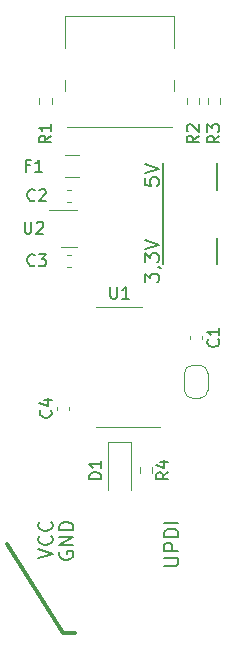
<source format=gto>
G04 #@! TF.GenerationSoftware,KiCad,Pcbnew,7.0.9-7.0.9~ubuntu22.04.1*
G04 #@! TF.CreationDate,2023-12-26T10:47:29+01:00*
G04 #@! TF.ProjectId,UPDI programmer,55504449-2070-4726-9f67-72616d6d6572,rev?*
G04 #@! TF.SameCoordinates,Original*
G04 #@! TF.FileFunction,Legend,Top*
G04 #@! TF.FilePolarity,Positive*
%FSLAX46Y46*%
G04 Gerber Fmt 4.6, Leading zero omitted, Abs format (unit mm)*
G04 Created by KiCad (PCBNEW 7.0.9-7.0.9~ubuntu22.04.1) date 2023-12-26 10:47:29*
%MOMM*%
%LPD*%
G01*
G04 APERTURE LIST*
%ADD10C,0.300000*%
%ADD11C,0.200000*%
%ADD12C,0.150000*%
%ADD13C,0.120000*%
G04 APERTURE END LIST*
D10*
X-4750000Y500000D02*
X-9500000Y8000000D01*
X-3750000Y500000D02*
X-4750000Y500000D01*
D11*
X3796742Y6175565D02*
X4768171Y6175565D01*
X4768171Y6175565D02*
X4882457Y6232708D01*
X4882457Y6232708D02*
X4939600Y6289850D01*
X4939600Y6289850D02*
X4996742Y6404136D01*
X4996742Y6404136D02*
X4996742Y6632708D01*
X4996742Y6632708D02*
X4939600Y6746993D01*
X4939600Y6746993D02*
X4882457Y6804136D01*
X4882457Y6804136D02*
X4768171Y6861279D01*
X4768171Y6861279D02*
X3796742Y6861279D01*
X4996742Y7432708D02*
X3796742Y7432708D01*
X3796742Y7432708D02*
X3796742Y7889851D01*
X3796742Y7889851D02*
X3853885Y8004136D01*
X3853885Y8004136D02*
X3911028Y8061279D01*
X3911028Y8061279D02*
X4025314Y8118422D01*
X4025314Y8118422D02*
X4196742Y8118422D01*
X4196742Y8118422D02*
X4311028Y8061279D01*
X4311028Y8061279D02*
X4368171Y8004136D01*
X4368171Y8004136D02*
X4425314Y7889851D01*
X4425314Y7889851D02*
X4425314Y7432708D01*
X4996742Y8632708D02*
X3796742Y8632708D01*
X3796742Y8632708D02*
X3796742Y8918422D01*
X3796742Y8918422D02*
X3853885Y9089851D01*
X3853885Y9089851D02*
X3968171Y9204136D01*
X3968171Y9204136D02*
X4082457Y9261279D01*
X4082457Y9261279D02*
X4311028Y9318422D01*
X4311028Y9318422D02*
X4482457Y9318422D01*
X4482457Y9318422D02*
X4711028Y9261279D01*
X4711028Y9261279D02*
X4825314Y9204136D01*
X4825314Y9204136D02*
X4939600Y9089851D01*
X4939600Y9089851D02*
X4996742Y8918422D01*
X4996742Y8918422D02*
X4996742Y8632708D01*
X4996742Y9832708D02*
X3796742Y9832708D01*
X2142742Y30154137D02*
X2142742Y30896994D01*
X2142742Y30896994D02*
X2599885Y30496994D01*
X2599885Y30496994D02*
X2599885Y30668423D01*
X2599885Y30668423D02*
X2657028Y30782708D01*
X2657028Y30782708D02*
X2714171Y30839851D01*
X2714171Y30839851D02*
X2828457Y30896994D01*
X2828457Y30896994D02*
X3114171Y30896994D01*
X3114171Y30896994D02*
X3228457Y30839851D01*
X3228457Y30839851D02*
X3285600Y30782708D01*
X3285600Y30782708D02*
X3342742Y30668423D01*
X3342742Y30668423D02*
X3342742Y30325566D01*
X3342742Y30325566D02*
X3285600Y30211280D01*
X3285600Y30211280D02*
X3228457Y30154137D01*
X3285600Y31468423D02*
X3342742Y31468423D01*
X3342742Y31468423D02*
X3457028Y31411280D01*
X3457028Y31411280D02*
X3514171Y31354137D01*
X2142742Y31868423D02*
X2142742Y32611280D01*
X2142742Y32611280D02*
X2599885Y32211280D01*
X2599885Y32211280D02*
X2599885Y32382709D01*
X2599885Y32382709D02*
X2657028Y32496994D01*
X2657028Y32496994D02*
X2714171Y32554137D01*
X2714171Y32554137D02*
X2828457Y32611280D01*
X2828457Y32611280D02*
X3114171Y32611280D01*
X3114171Y32611280D02*
X3228457Y32554137D01*
X3228457Y32554137D02*
X3285600Y32496994D01*
X3285600Y32496994D02*
X3342742Y32382709D01*
X3342742Y32382709D02*
X3342742Y32039852D01*
X3342742Y32039852D02*
X3285600Y31925566D01*
X3285600Y31925566D02*
X3228457Y31868423D01*
X2142742Y32954137D02*
X3342742Y33354137D01*
X3342742Y33354137D02*
X2142742Y33754137D01*
X2142742Y38988721D02*
X2142742Y38417293D01*
X2142742Y38417293D02*
X2714171Y38360150D01*
X2714171Y38360150D02*
X2657028Y38417293D01*
X2657028Y38417293D02*
X2599885Y38531578D01*
X2599885Y38531578D02*
X2599885Y38817293D01*
X2599885Y38817293D02*
X2657028Y38931578D01*
X2657028Y38931578D02*
X2714171Y38988721D01*
X2714171Y38988721D02*
X2828457Y39045864D01*
X2828457Y39045864D02*
X3114171Y39045864D01*
X3114171Y39045864D02*
X3228457Y38988721D01*
X3228457Y38988721D02*
X3285600Y38931578D01*
X3285600Y38931578D02*
X3342742Y38817293D01*
X3342742Y38817293D02*
X3342742Y38531578D01*
X3342742Y38531578D02*
X3285600Y38417293D01*
X3285600Y38417293D02*
X3228457Y38360150D01*
X2142742Y39388721D02*
X3342742Y39788721D01*
X3342742Y39788721D02*
X2142742Y40188721D01*
X-6857258Y6804137D02*
X-5657258Y7204137D01*
X-5657258Y7204137D02*
X-6857258Y7604137D01*
X-5771543Y8689851D02*
X-5714400Y8632708D01*
X-5714400Y8632708D02*
X-5657258Y8461280D01*
X-5657258Y8461280D02*
X-5657258Y8346994D01*
X-5657258Y8346994D02*
X-5714400Y8175565D01*
X-5714400Y8175565D02*
X-5828686Y8061280D01*
X-5828686Y8061280D02*
X-5942972Y8004137D01*
X-5942972Y8004137D02*
X-6171543Y7946994D01*
X-6171543Y7946994D02*
X-6342972Y7946994D01*
X-6342972Y7946994D02*
X-6571543Y8004137D01*
X-6571543Y8004137D02*
X-6685829Y8061280D01*
X-6685829Y8061280D02*
X-6800115Y8175565D01*
X-6800115Y8175565D02*
X-6857258Y8346994D01*
X-6857258Y8346994D02*
X-6857258Y8461280D01*
X-6857258Y8461280D02*
X-6800115Y8632708D01*
X-6800115Y8632708D02*
X-6742972Y8689851D01*
X-5771543Y9889851D02*
X-5714400Y9832708D01*
X-5714400Y9832708D02*
X-5657258Y9661280D01*
X-5657258Y9661280D02*
X-5657258Y9546994D01*
X-5657258Y9546994D02*
X-5714400Y9375565D01*
X-5714400Y9375565D02*
X-5828686Y9261280D01*
X-5828686Y9261280D02*
X-5942972Y9204137D01*
X-5942972Y9204137D02*
X-6171543Y9146994D01*
X-6171543Y9146994D02*
X-6342972Y9146994D01*
X-6342972Y9146994D02*
X-6571543Y9204137D01*
X-6571543Y9204137D02*
X-6685829Y9261280D01*
X-6685829Y9261280D02*
X-6800115Y9375565D01*
X-6800115Y9375565D02*
X-6857258Y9546994D01*
X-6857258Y9546994D02*
X-6857258Y9661280D01*
X-6857258Y9661280D02*
X-6800115Y9832708D01*
X-6800115Y9832708D02*
X-6742972Y9889851D01*
X-5050115Y7375565D02*
X-5107258Y7261279D01*
X-5107258Y7261279D02*
X-5107258Y7089851D01*
X-5107258Y7089851D02*
X-5050115Y6918422D01*
X-5050115Y6918422D02*
X-4935829Y6804137D01*
X-4935829Y6804137D02*
X-4821543Y6746994D01*
X-4821543Y6746994D02*
X-4592972Y6689851D01*
X-4592972Y6689851D02*
X-4421543Y6689851D01*
X-4421543Y6689851D02*
X-4192972Y6746994D01*
X-4192972Y6746994D02*
X-4078686Y6804137D01*
X-4078686Y6804137D02*
X-3964400Y6918422D01*
X-3964400Y6918422D02*
X-3907258Y7089851D01*
X-3907258Y7089851D02*
X-3907258Y7204137D01*
X-3907258Y7204137D02*
X-3964400Y7375565D01*
X-3964400Y7375565D02*
X-4021543Y7432708D01*
X-4021543Y7432708D02*
X-4421543Y7432708D01*
X-4421543Y7432708D02*
X-4421543Y7204137D01*
X-3907258Y7946994D02*
X-5107258Y7946994D01*
X-5107258Y7946994D02*
X-3907258Y8632708D01*
X-3907258Y8632708D02*
X-5107258Y8632708D01*
X-3907258Y9204137D02*
X-5107258Y9204137D01*
X-5107258Y9204137D02*
X-5107258Y9489851D01*
X-5107258Y9489851D02*
X-5050115Y9661280D01*
X-5050115Y9661280D02*
X-4935829Y9775565D01*
X-4935829Y9775565D02*
X-4821543Y9832708D01*
X-4821543Y9832708D02*
X-4592972Y9889851D01*
X-4592972Y9889851D02*
X-4421543Y9889851D01*
X-4421543Y9889851D02*
X-4192972Y9832708D01*
X-4192972Y9832708D02*
X-4078686Y9775565D01*
X-4078686Y9775565D02*
X-3964400Y9661280D01*
X-3964400Y9661280D02*
X-3907258Y9489851D01*
X-3907258Y9489851D02*
X-3907258Y9204137D01*
D12*
X-1545181Y13511906D02*
X-2545181Y13511906D01*
X-2545181Y13511906D02*
X-2545181Y13750001D01*
X-2545181Y13750001D02*
X-2497562Y13892858D01*
X-2497562Y13892858D02*
X-2402324Y13988096D01*
X-2402324Y13988096D02*
X-2307086Y14035715D01*
X-2307086Y14035715D02*
X-2116610Y14083334D01*
X-2116610Y14083334D02*
X-1973753Y14083334D01*
X-1973753Y14083334D02*
X-1783277Y14035715D01*
X-1783277Y14035715D02*
X-1688039Y13988096D01*
X-1688039Y13988096D02*
X-1592800Y13892858D01*
X-1592800Y13892858D02*
X-1545181Y13750001D01*
X-1545181Y13750001D02*
X-1545181Y13511906D01*
X-1545181Y15035715D02*
X-1545181Y14464287D01*
X-1545181Y14750001D02*
X-2545181Y14750001D01*
X-2545181Y14750001D02*
X-2402324Y14654763D01*
X-2402324Y14654763D02*
X-2307086Y14559525D01*
X-2307086Y14559525D02*
X-2259467Y14464287D01*
X8454819Y42583334D02*
X7978628Y42250001D01*
X8454819Y42011906D02*
X7454819Y42011906D01*
X7454819Y42011906D02*
X7454819Y42392858D01*
X7454819Y42392858D02*
X7502438Y42488096D01*
X7502438Y42488096D02*
X7550057Y42535715D01*
X7550057Y42535715D02*
X7645295Y42583334D01*
X7645295Y42583334D02*
X7788152Y42583334D01*
X7788152Y42583334D02*
X7883390Y42535715D01*
X7883390Y42535715D02*
X7931009Y42488096D01*
X7931009Y42488096D02*
X7978628Y42392858D01*
X7978628Y42392858D02*
X7978628Y42011906D01*
X7454819Y42916668D02*
X7454819Y43535715D01*
X7454819Y43535715D02*
X7835771Y43202382D01*
X7835771Y43202382D02*
X7835771Y43345239D01*
X7835771Y43345239D02*
X7883390Y43440477D01*
X7883390Y43440477D02*
X7931009Y43488096D01*
X7931009Y43488096D02*
X8026247Y43535715D01*
X8026247Y43535715D02*
X8264342Y43535715D01*
X8264342Y43535715D02*
X8359580Y43488096D01*
X8359580Y43488096D02*
X8407200Y43440477D01*
X8407200Y43440477D02*
X8454819Y43345239D01*
X8454819Y43345239D02*
X8454819Y43059525D01*
X8454819Y43059525D02*
X8407200Y42964287D01*
X8407200Y42964287D02*
X8359580Y42916668D01*
X-5820420Y19333334D02*
X-5772800Y19285715D01*
X-5772800Y19285715D02*
X-5725181Y19142858D01*
X-5725181Y19142858D02*
X-5725181Y19047620D01*
X-5725181Y19047620D02*
X-5772800Y18904763D01*
X-5772800Y18904763D02*
X-5868039Y18809525D01*
X-5868039Y18809525D02*
X-5963277Y18761906D01*
X-5963277Y18761906D02*
X-6153753Y18714287D01*
X-6153753Y18714287D02*
X-6296610Y18714287D01*
X-6296610Y18714287D02*
X-6487086Y18761906D01*
X-6487086Y18761906D02*
X-6582324Y18809525D01*
X-6582324Y18809525D02*
X-6677562Y18904763D01*
X-6677562Y18904763D02*
X-6725181Y19047620D01*
X-6725181Y19047620D02*
X-6725181Y19142858D01*
X-6725181Y19142858D02*
X-6677562Y19285715D01*
X-6677562Y19285715D02*
X-6629943Y19333334D01*
X-6391848Y20190477D02*
X-5725181Y20190477D01*
X-6772800Y19952382D02*
X-6058515Y19714287D01*
X-6058515Y19714287D02*
X-6058515Y20333334D01*
X4134819Y14083334D02*
X3658628Y13750001D01*
X4134819Y13511906D02*
X3134819Y13511906D01*
X3134819Y13511906D02*
X3134819Y13892858D01*
X3134819Y13892858D02*
X3182438Y13988096D01*
X3182438Y13988096D02*
X3230057Y14035715D01*
X3230057Y14035715D02*
X3325295Y14083334D01*
X3325295Y14083334D02*
X3468152Y14083334D01*
X3468152Y14083334D02*
X3563390Y14035715D01*
X3563390Y14035715D02*
X3611009Y13988096D01*
X3611009Y13988096D02*
X3658628Y13892858D01*
X3658628Y13892858D02*
X3658628Y13511906D01*
X3468152Y14940477D02*
X4134819Y14940477D01*
X3087200Y14702382D02*
X3801485Y14464287D01*
X3801485Y14464287D02*
X3801485Y15083334D01*
X-5795181Y42583334D02*
X-6271372Y42250001D01*
X-5795181Y42011906D02*
X-6795181Y42011906D01*
X-6795181Y42011906D02*
X-6795181Y42392858D01*
X-6795181Y42392858D02*
X-6747562Y42488096D01*
X-6747562Y42488096D02*
X-6699943Y42535715D01*
X-6699943Y42535715D02*
X-6604705Y42583334D01*
X-6604705Y42583334D02*
X-6461848Y42583334D01*
X-6461848Y42583334D02*
X-6366610Y42535715D01*
X-6366610Y42535715D02*
X-6318991Y42488096D01*
X-6318991Y42488096D02*
X-6271372Y42392858D01*
X-6271372Y42392858D02*
X-6271372Y42011906D01*
X-5795181Y43535715D02*
X-5795181Y42964287D01*
X-5795181Y43250001D02*
X-6795181Y43250001D01*
X-6795181Y43250001D02*
X-6652324Y43154763D01*
X-6652324Y43154763D02*
X-6557086Y43059525D01*
X-6557086Y43059525D02*
X-6509467Y42964287D01*
X-7583334Y40068991D02*
X-7916667Y40068991D01*
X-7916667Y39545181D02*
X-7916667Y40545181D01*
X-7916667Y40545181D02*
X-7440477Y40545181D01*
X-6535715Y39545181D02*
X-7107143Y39545181D01*
X-6821429Y39545181D02*
X-6821429Y40545181D01*
X-6821429Y40545181D02*
X-6916667Y40402324D01*
X-6916667Y40402324D02*
X-7011905Y40307086D01*
X-7011905Y40307086D02*
X-7107143Y40259467D01*
X6704819Y42583334D02*
X6228628Y42250001D01*
X6704819Y42011906D02*
X5704819Y42011906D01*
X5704819Y42011906D02*
X5704819Y42392858D01*
X5704819Y42392858D02*
X5752438Y42488096D01*
X5752438Y42488096D02*
X5800057Y42535715D01*
X5800057Y42535715D02*
X5895295Y42583334D01*
X5895295Y42583334D02*
X6038152Y42583334D01*
X6038152Y42583334D02*
X6133390Y42535715D01*
X6133390Y42535715D02*
X6181009Y42488096D01*
X6181009Y42488096D02*
X6228628Y42392858D01*
X6228628Y42392858D02*
X6228628Y42011906D01*
X5800057Y42964287D02*
X5752438Y43011906D01*
X5752438Y43011906D02*
X5704819Y43107144D01*
X5704819Y43107144D02*
X5704819Y43345239D01*
X5704819Y43345239D02*
X5752438Y43440477D01*
X5752438Y43440477D02*
X5800057Y43488096D01*
X5800057Y43488096D02*
X5895295Y43535715D01*
X5895295Y43535715D02*
X5990533Y43535715D01*
X5990533Y43535715D02*
X6133390Y43488096D01*
X6133390Y43488096D02*
X6704819Y42916668D01*
X6704819Y42916668D02*
X6704819Y43535715D01*
X-8011905Y35295181D02*
X-8011905Y34485658D01*
X-8011905Y34485658D02*
X-7964286Y34390420D01*
X-7964286Y34390420D02*
X-7916667Y34342800D01*
X-7916667Y34342800D02*
X-7821429Y34295181D01*
X-7821429Y34295181D02*
X-7630953Y34295181D01*
X-7630953Y34295181D02*
X-7535715Y34342800D01*
X-7535715Y34342800D02*
X-7488096Y34390420D01*
X-7488096Y34390420D02*
X-7440477Y34485658D01*
X-7440477Y34485658D02*
X-7440477Y35295181D01*
X-7011905Y35199943D02*
X-6964286Y35247562D01*
X-6964286Y35247562D02*
X-6869048Y35295181D01*
X-6869048Y35295181D02*
X-6630953Y35295181D01*
X-6630953Y35295181D02*
X-6535715Y35247562D01*
X-6535715Y35247562D02*
X-6488096Y35199943D01*
X-6488096Y35199943D02*
X-6440477Y35104705D01*
X-6440477Y35104705D02*
X-6440477Y35009467D01*
X-6440477Y35009467D02*
X-6488096Y34866610D01*
X-6488096Y34866610D02*
X-7059524Y34295181D01*
X-7059524Y34295181D02*
X-6440477Y34295181D01*
X-7166667Y37140420D02*
X-7214286Y37092800D01*
X-7214286Y37092800D02*
X-7357143Y37045181D01*
X-7357143Y37045181D02*
X-7452381Y37045181D01*
X-7452381Y37045181D02*
X-7595238Y37092800D01*
X-7595238Y37092800D02*
X-7690476Y37188039D01*
X-7690476Y37188039D02*
X-7738095Y37283277D01*
X-7738095Y37283277D02*
X-7785714Y37473753D01*
X-7785714Y37473753D02*
X-7785714Y37616610D01*
X-7785714Y37616610D02*
X-7738095Y37807086D01*
X-7738095Y37807086D02*
X-7690476Y37902324D01*
X-7690476Y37902324D02*
X-7595238Y37997562D01*
X-7595238Y37997562D02*
X-7452381Y38045181D01*
X-7452381Y38045181D02*
X-7357143Y38045181D01*
X-7357143Y38045181D02*
X-7214286Y37997562D01*
X-7214286Y37997562D02*
X-7166667Y37949943D01*
X-6785714Y37949943D02*
X-6738095Y37997562D01*
X-6738095Y37997562D02*
X-6642857Y38045181D01*
X-6642857Y38045181D02*
X-6404762Y38045181D01*
X-6404762Y38045181D02*
X-6309524Y37997562D01*
X-6309524Y37997562D02*
X-6261905Y37949943D01*
X-6261905Y37949943D02*
X-6214286Y37854705D01*
X-6214286Y37854705D02*
X-6214286Y37759467D01*
X-6214286Y37759467D02*
X-6261905Y37616610D01*
X-6261905Y37616610D02*
X-6833333Y37045181D01*
X-6833333Y37045181D02*
X-6214286Y37045181D01*
X-761905Y29795181D02*
X-761905Y28985658D01*
X-761905Y28985658D02*
X-714286Y28890420D01*
X-714286Y28890420D02*
X-666667Y28842800D01*
X-666667Y28842800D02*
X-571429Y28795181D01*
X-571429Y28795181D02*
X-380953Y28795181D01*
X-380953Y28795181D02*
X-285715Y28842800D01*
X-285715Y28842800D02*
X-238096Y28890420D01*
X-238096Y28890420D02*
X-190477Y28985658D01*
X-190477Y28985658D02*
X-190477Y29795181D01*
X809523Y28795181D02*
X238095Y28795181D01*
X523809Y28795181D02*
X523809Y29795181D01*
X523809Y29795181D02*
X428571Y29652324D01*
X428571Y29652324D02*
X333333Y29557086D01*
X333333Y29557086D02*
X238095Y29509467D01*
X8359580Y25333334D02*
X8407200Y25285715D01*
X8407200Y25285715D02*
X8454819Y25142858D01*
X8454819Y25142858D02*
X8454819Y25047620D01*
X8454819Y25047620D02*
X8407200Y24904763D01*
X8407200Y24904763D02*
X8311961Y24809525D01*
X8311961Y24809525D02*
X8216723Y24761906D01*
X8216723Y24761906D02*
X8026247Y24714287D01*
X8026247Y24714287D02*
X7883390Y24714287D01*
X7883390Y24714287D02*
X7692914Y24761906D01*
X7692914Y24761906D02*
X7597676Y24809525D01*
X7597676Y24809525D02*
X7502438Y24904763D01*
X7502438Y24904763D02*
X7454819Y25047620D01*
X7454819Y25047620D02*
X7454819Y25142858D01*
X7454819Y25142858D02*
X7502438Y25285715D01*
X7502438Y25285715D02*
X7550057Y25333334D01*
X8454819Y26285715D02*
X8454819Y25714287D01*
X8454819Y26000001D02*
X7454819Y26000001D01*
X7454819Y26000001D02*
X7597676Y25904763D01*
X7597676Y25904763D02*
X7692914Y25809525D01*
X7692914Y25809525D02*
X7740533Y25714287D01*
X-7166667Y31640420D02*
X-7214286Y31592800D01*
X-7214286Y31592800D02*
X-7357143Y31545181D01*
X-7357143Y31545181D02*
X-7452381Y31545181D01*
X-7452381Y31545181D02*
X-7595238Y31592800D01*
X-7595238Y31592800D02*
X-7690476Y31688039D01*
X-7690476Y31688039D02*
X-7738095Y31783277D01*
X-7738095Y31783277D02*
X-7785714Y31973753D01*
X-7785714Y31973753D02*
X-7785714Y32116610D01*
X-7785714Y32116610D02*
X-7738095Y32307086D01*
X-7738095Y32307086D02*
X-7690476Y32402324D01*
X-7690476Y32402324D02*
X-7595238Y32497562D01*
X-7595238Y32497562D02*
X-7452381Y32545181D01*
X-7452381Y32545181D02*
X-7357143Y32545181D01*
X-7357143Y32545181D02*
X-7214286Y32497562D01*
X-7214286Y32497562D02*
X-7166667Y32449943D01*
X-6833333Y32545181D02*
X-6214286Y32545181D01*
X-6214286Y32545181D02*
X-6547619Y32164229D01*
X-6547619Y32164229D02*
X-6404762Y32164229D01*
X-6404762Y32164229D02*
X-6309524Y32116610D01*
X-6309524Y32116610D02*
X-6261905Y32068991D01*
X-6261905Y32068991D02*
X-6214286Y31973753D01*
X-6214286Y31973753D02*
X-6214286Y31735658D01*
X-6214286Y31735658D02*
X-6261905Y31640420D01*
X-6261905Y31640420D02*
X-6309524Y31592800D01*
X-6309524Y31592800D02*
X-6404762Y31545181D01*
X-6404762Y31545181D02*
X-6690476Y31545181D01*
X-6690476Y31545181D02*
X-6785714Y31592800D01*
X-6785714Y31592800D02*
X-6833333Y31640420D01*
D13*
G04 #@! TO.C,J1*
X4595000Y46375000D02*
X4595000Y47275000D01*
X4595000Y49975000D02*
X4595000Y52705000D01*
X4595000Y52705000D02*
X-4595000Y52705000D01*
X4475000Y43295000D02*
X-4475000Y43295000D01*
X-4595000Y46375000D02*
X-4595000Y47275000D01*
X-4595000Y49975000D02*
X-4595000Y52705000D01*
G04 #@! TO.C,D1*
X1000000Y16610000D02*
X-1000000Y16610000D01*
X1000000Y16610000D02*
X1000000Y12600000D01*
X-1000000Y16610000D02*
X-1000000Y12600000D01*
G04 #@! TO.C,R3*
X8522500Y45754724D02*
X8522500Y45245276D01*
X7477500Y45754724D02*
X7477500Y45245276D01*
G04 #@! TO.C,C4*
X-5260000Y19353733D02*
X-5260000Y19646267D01*
X-4240000Y19353733D02*
X-4240000Y19646267D01*
G04 #@! TO.C,R4*
X2772500Y14504724D02*
X2772500Y13995276D01*
X1727500Y14504724D02*
X1727500Y13995276D01*
G04 #@! TO.C,R1*
X-5727500Y45754724D02*
X-5727500Y45245276D01*
X-6772500Y45754724D02*
X-6772500Y45245276D01*
G04 #@! TO.C,JP1*
X6800000Y20350000D02*
X6200000Y20350000D01*
X5500000Y21050000D02*
X5500000Y22450000D01*
X7500000Y22450000D02*
X7500000Y21050000D01*
X6200000Y23150000D02*
X6800000Y23150000D01*
X5500000Y21050000D02*
G75*
G03*
X6200000Y20350000I699999J-1D01*
G01*
X6800000Y20350000D02*
G75*
G03*
X7500000Y21050000I1J699999D01*
G01*
X6200000Y23150000D02*
G75*
G03*
X5500000Y22450000I0J-700000D01*
G01*
X7500000Y22450000D02*
G75*
G03*
X6800000Y23150000I-700000J0D01*
G01*
G04 #@! TO.C,F1*
X-3397936Y39090000D02*
X-4602064Y39090000D01*
X-3397936Y40910000D02*
X-4602064Y40910000D01*
G04 #@! TO.C,R2*
X5727500Y45245276D02*
X5727500Y45754724D01*
X6772500Y45245276D02*
X6772500Y45754724D01*
G04 #@! TO.C,U2*
X-4250000Y36310000D02*
X-5925000Y36310000D01*
X-4250000Y36310000D02*
X-3600000Y36310000D01*
X-4250000Y33190000D02*
X-4900000Y33190000D01*
X-4250000Y33190000D02*
X-3600000Y33190000D01*
D12*
G04 #@! TO.C,SW1*
X3700000Y31700000D02*
X3700000Y40300000D01*
X8300000Y31700000D02*
X8300000Y33900000D01*
X8300000Y38000000D02*
X8300000Y40300000D01*
D13*
G04 #@! TO.C,C2*
X-4103733Y36990000D02*
X-4396267Y36990000D01*
X-4103733Y38010000D02*
X-4396267Y38010000D01*
G04 #@! TO.C,U1*
X0Y17940000D02*
X3450000Y17940000D01*
X0Y17940000D02*
X-1950000Y17940000D01*
X0Y28060000D02*
X1950000Y28060000D01*
X0Y28060000D02*
X-1950000Y28060000D01*
G04 #@! TO.C,C1*
X5990000Y25353733D02*
X5990000Y25646267D01*
X7010000Y25353733D02*
X7010000Y25646267D01*
G04 #@! TO.C,C3*
X-4396267Y32510000D02*
X-4103733Y32510000D01*
X-4396267Y31490000D02*
X-4103733Y31490000D01*
G04 #@! TD*
M02*

</source>
